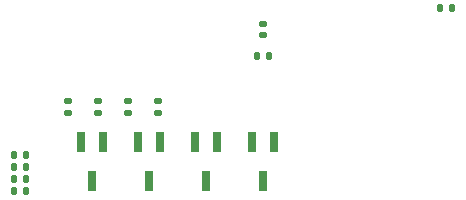
<source format=gbr>
%TF.GenerationSoftware,KiCad,Pcbnew,(6.0.8)*%
%TF.CreationDate,2023-03-24T12:53:59-04:00*%
%TF.ProjectId,Amicro_tst,416d6963-726f-45f7-9473-742e6b696361,rev?*%
%TF.SameCoordinates,Original*%
%TF.FileFunction,Paste,Bot*%
%TF.FilePolarity,Positive*%
%FSLAX46Y46*%
G04 Gerber Fmt 4.6, Leading zero omitted, Abs format (unit mm)*
G04 Created by KiCad (PCBNEW (6.0.8)) date 2023-03-24 12:53:59*
%MOMM*%
%LPD*%
G01*
G04 APERTURE LIST*
G04 Aperture macros list*
%AMRoundRect*
0 Rectangle with rounded corners*
0 $1 Rounding radius*
0 $2 $3 $4 $5 $6 $7 $8 $9 X,Y pos of 4 corners*
0 Add a 4 corners polygon primitive as box body*
4,1,4,$2,$3,$4,$5,$6,$7,$8,$9,$2,$3,0*
0 Add four circle primitives for the rounded corners*
1,1,$1+$1,$2,$3*
1,1,$1+$1,$4,$5*
1,1,$1+$1,$6,$7*
1,1,$1+$1,$8,$9*
0 Add four rect primitives between the rounded corners*
20,1,$1+$1,$2,$3,$4,$5,0*
20,1,$1+$1,$4,$5,$6,$7,0*
20,1,$1+$1,$6,$7,$8,$9,0*
20,1,$1+$1,$8,$9,$2,$3,0*%
G04 Aperture macros list end*
%ADD10R,0.800000X1.800000*%
%ADD11RoundRect,0.135000X-0.135000X-0.185000X0.135000X-0.185000X0.135000X0.185000X-0.135000X0.185000X0*%
%ADD12RoundRect,0.135000X-0.185000X0.135000X-0.185000X-0.135000X0.185000X-0.135000X0.185000X0.135000X0*%
%ADD13RoundRect,0.140000X-0.170000X0.140000X-0.170000X-0.140000X0.170000X-0.140000X0.170000X0.140000X0*%
%ADD14RoundRect,0.140000X-0.140000X-0.170000X0.140000X-0.170000X0.140000X0.170000X-0.140000X0.170000X0*%
G04 APERTURE END LIST*
D10*
%TO.C,Q4*%
X129530000Y-121972000D03*
X131430000Y-121972000D03*
X130480000Y-125272000D03*
%TD*%
D11*
%TO.C,R10*%
X109432000Y-125148000D03*
X110452000Y-125148000D03*
%TD*%
%TO.C,R2*%
X145464000Y-110668000D03*
X146484000Y-110668000D03*
%TD*%
D12*
%TO.C,R5*%
X113970000Y-118538000D03*
X113970000Y-119558000D03*
%TD*%
D11*
%TO.C,R11*%
X109432000Y-126166000D03*
X110452000Y-126166000D03*
%TD*%
%TO.C,R8*%
X109432000Y-123114000D03*
X110452000Y-123114000D03*
%TD*%
D12*
%TO.C,R7*%
X119050000Y-118538000D03*
X119050000Y-119558000D03*
%TD*%
D10*
%TO.C,Q3*%
X125654000Y-125272000D03*
X126604000Y-121972000D03*
X124704000Y-121972000D03*
%TD*%
D13*
%TO.C,C3*%
X130480000Y-111966000D03*
X130480000Y-112926000D03*
%TD*%
D12*
%TO.C,R12*%
X121590000Y-118540000D03*
X121590000Y-119560000D03*
%TD*%
D11*
%TO.C,R9*%
X109432000Y-124130000D03*
X110452000Y-124130000D03*
%TD*%
D14*
%TO.C,C1*%
X130960000Y-114732000D03*
X130000000Y-114732000D03*
%TD*%
D10*
%TO.C,Q1*%
X115052000Y-121972000D03*
X116952000Y-121972000D03*
X116002000Y-125272000D03*
%TD*%
%TO.C,Q2*%
X119878000Y-121972000D03*
X121778000Y-121972000D03*
X120828000Y-125272000D03*
%TD*%
D12*
%TO.C,R6*%
X116510000Y-118538000D03*
X116510000Y-119558000D03*
%TD*%
M02*

</source>
